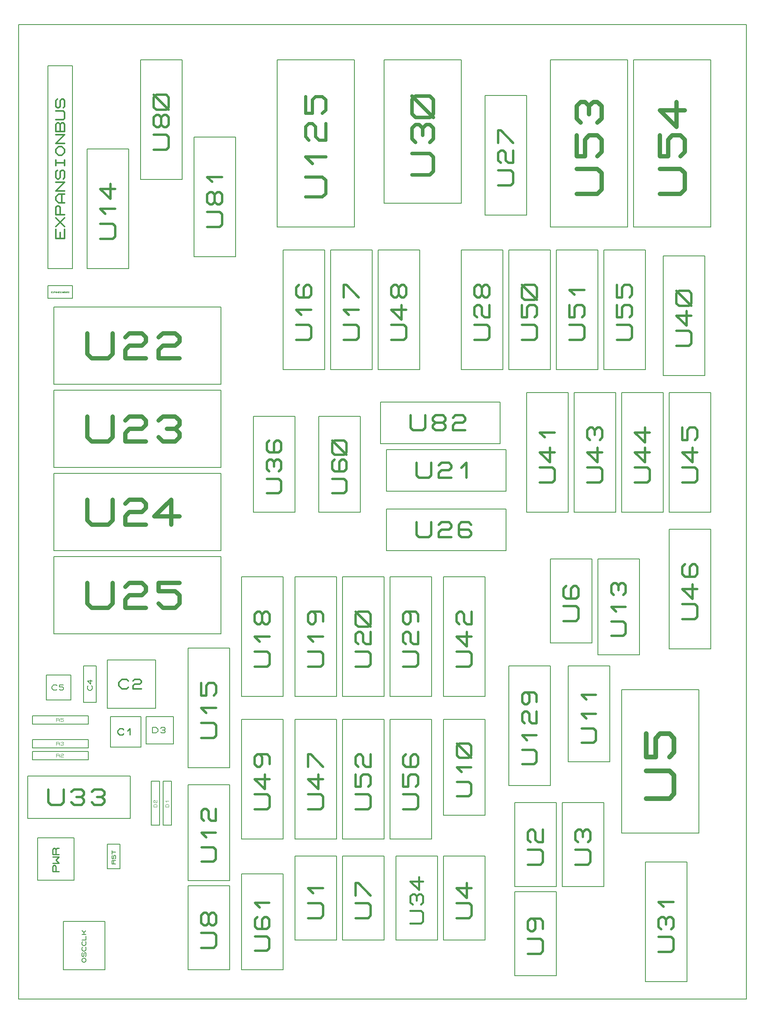
<source format=gbr>
G04 PROTEUS GERBER X2 FILE*
%TF.GenerationSoftware,Labcenter,Proteus,8.6-SP1-Build23413*%
%TF.CreationDate,2017-02-04T10:42:02+00:00*%
%TF.FileFunction,AssemblyDrawing,Top*%
%TF.FilePolarity,Positive*%
%TF.Part,Single*%
%FSLAX45Y45*%
%MOMM*%
G01*
%TA.AperFunction,Material*%
%ADD71C,0.203200*%
%ADD73C,0.227330*%
%ADD30C,0.132080*%
%ADD31C,0.545590*%
%ADD32C,0.106680*%
%ADD33C,0.218440*%
%ADD34C,0.345440*%
%ADD35C,0.164590*%
%ADD36C,0.176100*%
%ADD37C,0.197270*%
%ADD38C,0.316990*%
%TA.AperFunction,Profile*%
%ADD70C,0.203200*%
%TA.AperFunction,Material*%
%ADD39C,0.894080*%
%ADD40C,0.715260*%
%ADD41C,0.767080*%
%ADD42C,0.533400*%
%ADD43C,0.512060*%
%ADD44C,0.513080*%
%ADD45C,0.449580*%
%ADD46C,0.148040*%
%ADD47C,0.990600*%
%ADD48C,0.037730*%
%TD.AperFunction*%
D71*
X-104140Y-5712460D02*
X+678180Y-5712460D01*
X+678180Y-4803140D01*
X-104140Y-4803140D01*
X-104140Y-5712460D01*
D73*
X+355219Y-5530596D02*
X+218821Y-5530596D01*
X+218821Y-5416931D01*
X+241554Y-5394198D01*
X+264287Y-5394198D01*
X+287020Y-5416931D01*
X+287020Y-5530596D01*
X+218821Y-5348732D02*
X+355219Y-5348732D01*
X+287020Y-5280533D01*
X+355219Y-5212334D01*
X+218821Y-5212334D01*
X+355219Y-5166868D02*
X+218821Y-5166868D01*
X+218821Y-5053203D01*
X+241554Y-5030470D01*
X+264287Y-5030470D01*
X+287020Y-5053203D01*
X+287020Y-5166868D01*
X+287020Y-5053203D02*
X+309753Y-5030470D01*
X+355219Y-5030470D01*
D71*
X+1386840Y-5471160D02*
X+1661160Y-5471160D01*
X+1661160Y-4942840D01*
X+1386840Y-4942840D01*
X+1386840Y-5471160D01*
D30*
X+1563624Y-5365496D02*
X+1484376Y-5365496D01*
X+1484376Y-5299456D01*
X+1497584Y-5286248D01*
X+1510792Y-5286248D01*
X+1524000Y-5299456D01*
X+1524000Y-5365496D01*
X+1524000Y-5299456D02*
X+1537208Y-5286248D01*
X+1563624Y-5286248D01*
X+1550416Y-5259832D02*
X+1563624Y-5246624D01*
X+1563624Y-5193792D01*
X+1550416Y-5180584D01*
X+1537208Y-5180584D01*
X+1524000Y-5193792D01*
X+1524000Y-5246624D01*
X+1510792Y-5259832D01*
X+1497584Y-5259832D01*
X+1484376Y-5246624D01*
X+1484376Y-5193792D01*
X+1497584Y-5180584D01*
X+1484376Y-5154168D02*
X+1484376Y-5074920D01*
X+1484376Y-5114544D02*
X+1563624Y-5114544D01*
D71*
X-317500Y-4391660D02*
X+1879600Y-4391660D01*
X+1879600Y-3482340D01*
X-317500Y-3482340D01*
X-317500Y-4391660D01*
D31*
X+126341Y-3773323D02*
X+126341Y-4046119D01*
X+180900Y-4100678D01*
X+399136Y-4100678D01*
X+453695Y-4046119D01*
X+453695Y-3773323D01*
X+617373Y-3827882D02*
X+671932Y-3773323D01*
X+835609Y-3773323D01*
X+890168Y-3827882D01*
X+890168Y-3882441D01*
X+835609Y-3937000D01*
X+890168Y-3991560D01*
X+890168Y-4046119D01*
X+835609Y-4100678D01*
X+671932Y-4100678D01*
X+617373Y-4046119D01*
X+726491Y-3937000D02*
X+835609Y-3937000D01*
X+1053846Y-3827882D02*
X+1108405Y-3773323D01*
X+1272082Y-3773323D01*
X+1326641Y-3827882D01*
X+1326641Y-3882441D01*
X+1272082Y-3937000D01*
X+1326641Y-3991560D01*
X+1326641Y-4046119D01*
X+1272082Y-4100678D01*
X+1108405Y-4100678D01*
X+1053846Y-4046119D01*
X+1162964Y-3937000D02*
X+1272082Y-3937000D01*
D71*
X-215900Y-3136900D02*
X+977900Y-3136900D01*
X+977900Y-2959100D01*
X-215900Y-2959100D01*
X-215900Y-3136900D01*
D32*
X+295656Y-3080004D02*
X+295656Y-3015996D01*
X+348996Y-3015996D01*
X+359664Y-3026664D01*
X+359664Y-3037332D01*
X+348996Y-3048000D01*
X+295656Y-3048000D01*
X+348996Y-3048000D02*
X+359664Y-3058668D01*
X+359664Y-3080004D01*
X+391668Y-3026664D02*
X+402336Y-3015996D01*
X+434340Y-3015996D01*
X+445008Y-3026664D01*
X+445008Y-3037332D01*
X+434340Y-3048000D01*
X+402336Y-3048000D01*
X+391668Y-3058668D01*
X+391668Y-3080004D01*
X+445008Y-3080004D01*
D71*
X-215900Y-2882900D02*
X+977900Y-2882900D01*
X+977900Y-2705100D01*
X-215900Y-2705100D01*
X-215900Y-2882900D01*
D32*
X+295656Y-2826004D02*
X+295656Y-2761996D01*
X+348996Y-2761996D01*
X+359664Y-2772664D01*
X+359664Y-2783332D01*
X+348996Y-2794000D01*
X+295656Y-2794000D01*
X+348996Y-2794000D02*
X+359664Y-2804668D01*
X+359664Y-2826004D01*
X+391668Y-2772664D02*
X+402336Y-2761996D01*
X+434340Y-2761996D01*
X+445008Y-2772664D01*
X+445008Y-2783332D01*
X+434340Y-2794000D01*
X+445008Y-2804668D01*
X+445008Y-2815336D01*
X+434340Y-2826004D01*
X+402336Y-2826004D01*
X+391668Y-2815336D01*
X+413004Y-2794000D02*
X+434340Y-2794000D01*
D71*
X-215900Y-2374900D02*
X+977900Y-2374900D01*
X+977900Y-2197100D01*
X-215900Y-2197100D01*
X-215900Y-2374900D01*
D32*
X+295656Y-2318004D02*
X+295656Y-2253996D01*
X+348996Y-2253996D01*
X+359664Y-2264664D01*
X+359664Y-2275332D01*
X+348996Y-2286000D01*
X+295656Y-2286000D01*
X+348996Y-2286000D02*
X+359664Y-2296668D01*
X+359664Y-2318004D01*
X+445008Y-2253996D02*
X+391668Y-2253996D01*
X+391668Y-2275332D01*
X+434340Y-2275332D01*
X+445008Y-2286000D01*
X+445008Y-2307336D01*
X+434340Y-2318004D01*
X+402336Y-2318004D01*
X+391668Y-2307336D01*
D71*
X+1450340Y-2867660D02*
X+2105660Y-2867660D01*
X+2105660Y-2212340D01*
X+1450340Y-2212340D01*
X+1450340Y-2867660D01*
D33*
X+1734312Y-2583688D02*
X+1712468Y-2605532D01*
X+1646936Y-2605532D01*
X+1603248Y-2561844D01*
X+1603248Y-2518156D01*
X+1646936Y-2474468D01*
X+1712468Y-2474468D01*
X+1734312Y-2496312D01*
X+1821688Y-2518156D02*
X+1865376Y-2474468D01*
X+1865376Y-2605532D01*
D71*
X+1386840Y-2042160D02*
X+2423160Y-2042160D01*
X+2423160Y-1005840D01*
X+1386840Y-1005840D01*
X+1386840Y-2042160D01*
D34*
X+1835912Y-1593088D02*
X+1801368Y-1627632D01*
X+1697736Y-1627632D01*
X+1628648Y-1558544D01*
X+1628648Y-1489456D01*
X+1697736Y-1420368D01*
X+1801368Y-1420368D01*
X+1835912Y-1454912D01*
X+1939544Y-1454912D02*
X+1974088Y-1420368D01*
X+2077720Y-1420368D01*
X+2112264Y-1454912D01*
X+2112264Y-1489456D01*
X+2077720Y-1524000D01*
X+1974088Y-1524000D01*
X+1939544Y-1558544D01*
X+1939544Y-1627632D01*
X+2112264Y-1627632D01*
D71*
X+878840Y-1915160D02*
X+1153160Y-1915160D01*
X+1153160Y-1132840D01*
X+878840Y-1132840D01*
X+878840Y-1915160D01*
D35*
X+1048919Y-1556919D02*
X+1065378Y-1573378D01*
X+1065378Y-1622755D01*
X+1032460Y-1655673D01*
X+999541Y-1655673D01*
X+966623Y-1622755D01*
X+966623Y-1573378D01*
X+983082Y-1556919D01*
X+1032460Y-1425246D02*
X+1032460Y-1524000D01*
X+966623Y-1458164D01*
X+1065378Y-1458164D01*
D71*
X+80840Y-1859160D02*
X+609160Y-1859160D01*
X+609160Y-1330840D01*
X+80840Y-1330840D01*
X+80840Y-1859160D01*
D36*
X+309779Y-1630222D02*
X+292168Y-1647832D01*
X+239337Y-1647832D01*
X+204116Y-1612611D01*
X+204116Y-1577390D01*
X+239337Y-1542169D01*
X+292168Y-1542169D01*
X+309779Y-1559779D01*
X+450663Y-1542169D02*
X+362610Y-1542169D01*
X+362610Y-1577390D01*
X+433052Y-1577390D01*
X+450663Y-1595000D01*
X+450663Y-1630222D01*
X+433052Y-1647832D01*
X+380221Y-1647832D01*
X+362610Y-1630222D01*
D71*
X+2578100Y-4533900D02*
X+2755900Y-4533900D01*
X+2755900Y-3594100D01*
X+2578100Y-3594100D01*
X+2578100Y-4533900D01*
D32*
X+2699004Y-4149344D02*
X+2634996Y-4149344D01*
X+2634996Y-4106672D01*
X+2656332Y-4085336D01*
X+2677668Y-4085336D01*
X+2699004Y-4106672D01*
X+2699004Y-4149344D01*
X+2656332Y-4042664D02*
X+2634996Y-4021328D01*
X+2699004Y-4021328D01*
D71*
X+2324100Y-4533900D02*
X+2501900Y-4533900D01*
X+2501900Y-3594100D01*
X+2324100Y-3594100D01*
X+2324100Y-4533900D01*
D32*
X+2445004Y-4149344D02*
X+2380996Y-4149344D01*
X+2380996Y-4106672D01*
X+2402332Y-4085336D01*
X+2423668Y-4085336D01*
X+2445004Y-4106672D01*
X+2445004Y-4149344D01*
X+2391664Y-4053332D02*
X+2380996Y-4042664D01*
X+2380996Y-4010660D01*
X+2391664Y-3999992D01*
X+2402332Y-3999992D01*
X+2413000Y-4010660D01*
X+2413000Y-4042664D01*
X+2423668Y-4053332D01*
X+2445004Y-4053332D01*
X+2445004Y-3999992D01*
D71*
X+2212340Y-2804160D02*
X+2804160Y-2804160D01*
X+2804160Y-2212340D01*
X+2212340Y-2212340D01*
X+2212340Y-2804160D01*
D37*
X+2350432Y-2567432D02*
X+2350432Y-2449068D01*
X+2429341Y-2449068D01*
X+2468795Y-2488523D01*
X+2468795Y-2527977D01*
X+2429341Y-2567432D01*
X+2350432Y-2567432D01*
X+2527977Y-2468795D02*
X+2547704Y-2449068D01*
X+2606886Y-2449068D01*
X+2626613Y-2468795D01*
X+2626613Y-2488523D01*
X+2606886Y-2508250D01*
X+2626613Y-2527977D01*
X+2626613Y-2547705D01*
X+2606886Y-2567432D01*
X+2547704Y-2567432D01*
X+2527977Y-2547705D01*
X+2567431Y-2508250D02*
X+2606886Y-2508250D01*
D71*
X+116840Y+7355840D02*
X+645160Y+7355840D01*
X+645160Y+11694160D01*
X+116840Y+11694160D01*
X+116840Y+7355840D01*
D38*
X+476098Y+8193636D02*
X+476098Y+8003442D01*
X+285903Y+8003442D01*
X+285903Y+8193636D01*
X+381000Y+8003442D02*
X+381000Y+8130238D01*
X+285903Y+8257035D02*
X+476098Y+8447229D01*
X+476098Y+8257035D02*
X+285903Y+8447229D01*
X+476098Y+8510628D02*
X+285903Y+8510628D01*
X+285903Y+8669123D01*
X+317602Y+8700822D01*
X+349301Y+8700822D01*
X+381000Y+8669123D01*
X+381000Y+8510628D01*
X+476098Y+8764221D02*
X+349301Y+8764221D01*
X+285903Y+8827619D01*
X+285903Y+8891017D01*
X+349301Y+8954415D01*
X+476098Y+8954415D01*
X+412700Y+8764221D02*
X+412700Y+8954415D01*
X+476098Y+9017814D02*
X+285903Y+9017814D01*
X+476098Y+9208008D01*
X+285903Y+9208008D01*
X+444399Y+9271407D02*
X+476098Y+9303106D01*
X+476098Y+9429902D01*
X+444399Y+9461601D01*
X+412700Y+9461601D01*
X+381000Y+9429902D01*
X+381000Y+9303106D01*
X+349301Y+9271407D01*
X+317602Y+9271407D01*
X+285903Y+9303106D01*
X+285903Y+9429902D01*
X+317602Y+9461601D01*
X+285903Y+9556699D02*
X+285903Y+9683495D01*
X+285903Y+9620097D02*
X+476098Y+9620097D01*
X+476098Y+9556699D02*
X+476098Y+9683495D01*
X+349301Y+9778593D02*
X+285903Y+9841991D01*
X+285903Y+9905389D01*
X+349301Y+9968787D01*
X+412700Y+9968787D01*
X+476098Y+9905389D01*
X+476098Y+9841991D01*
X+412700Y+9778593D01*
X+349301Y+9778593D01*
X+476098Y+10032186D02*
X+285903Y+10032186D01*
X+476098Y+10222380D01*
X+285903Y+10222380D01*
X+476098Y+10285779D02*
X+285903Y+10285779D01*
X+285903Y+10444274D01*
X+317602Y+10475973D01*
X+349301Y+10475973D01*
X+381000Y+10444274D01*
X+412700Y+10475973D01*
X+444399Y+10475973D01*
X+476098Y+10444274D01*
X+476098Y+10285779D01*
X+381000Y+10285779D02*
X+381000Y+10444274D01*
X+285903Y+10539372D02*
X+444399Y+10539372D01*
X+476098Y+10571071D01*
X+476098Y+10697867D01*
X+444399Y+10729566D01*
X+285903Y+10729566D01*
X+444399Y+10792965D02*
X+476098Y+10824664D01*
X+476098Y+10951460D01*
X+444399Y+10983159D01*
X+412700Y+10983159D01*
X+381000Y+10951460D01*
X+381000Y+10824664D01*
X+349301Y+10792965D01*
X+317602Y+10792965D01*
X+285903Y+10824664D01*
X+285903Y+10951460D01*
X+317602Y+10983159D01*
D70*
X-508000Y-8255000D02*
X+15049500Y-8255000D01*
X+15049500Y+12573000D01*
X-508000Y+12573000D01*
X-508000Y-8255000D01*
D71*
X+243840Y+4889500D02*
X+3820160Y+4889500D01*
X+3820160Y+6540500D01*
X+243840Y+6540500D01*
X+243840Y+4889500D01*
D39*
X+959104Y+5983224D02*
X+959104Y+5536184D01*
X+1048512Y+5446776D01*
X+1406144Y+5446776D01*
X+1495552Y+5536184D01*
X+1495552Y+5983224D01*
X+1763776Y+5893816D02*
X+1853184Y+5983224D01*
X+2121408Y+5983224D01*
X+2210816Y+5893816D01*
X+2210816Y+5804408D01*
X+2121408Y+5715000D01*
X+1853184Y+5715000D01*
X+1763776Y+5625592D01*
X+1763776Y+5446776D01*
X+2210816Y+5446776D01*
X+2479040Y+5893816D02*
X+2568448Y+5983224D01*
X+2836672Y+5983224D01*
X+2926080Y+5893816D01*
X+2926080Y+5804408D01*
X+2836672Y+5715000D01*
X+2568448Y+5715000D01*
X+2479040Y+5625592D01*
X+2479040Y+5446776D01*
X+2926080Y+5446776D01*
D71*
X+243840Y+3111500D02*
X+3820160Y+3111500D01*
X+3820160Y+4762500D01*
X+243840Y+4762500D01*
X+243840Y+3111500D01*
D39*
X+959104Y+4205224D02*
X+959104Y+3758184D01*
X+1048512Y+3668776D01*
X+1406144Y+3668776D01*
X+1495552Y+3758184D01*
X+1495552Y+4205224D01*
X+1763776Y+4115816D02*
X+1853184Y+4205224D01*
X+2121408Y+4205224D01*
X+2210816Y+4115816D01*
X+2210816Y+4026408D01*
X+2121408Y+3937000D01*
X+1853184Y+3937000D01*
X+1763776Y+3847592D01*
X+1763776Y+3668776D01*
X+2210816Y+3668776D01*
X+2479040Y+4115816D02*
X+2568448Y+4205224D01*
X+2836672Y+4205224D01*
X+2926080Y+4115816D01*
X+2926080Y+4026408D01*
X+2836672Y+3937000D01*
X+2926080Y+3847592D01*
X+2926080Y+3758184D01*
X+2836672Y+3668776D01*
X+2568448Y+3668776D01*
X+2479040Y+3758184D01*
X+2657856Y+3937000D02*
X+2836672Y+3937000D01*
D71*
X+243840Y+1333500D02*
X+3820160Y+1333500D01*
X+3820160Y+2984500D01*
X+243840Y+2984500D01*
X+243840Y+1333500D01*
D39*
X+959104Y+2427224D02*
X+959104Y+1980184D01*
X+1048512Y+1890776D01*
X+1406144Y+1890776D01*
X+1495552Y+1980184D01*
X+1495552Y+2427224D01*
X+1763776Y+2337816D02*
X+1853184Y+2427224D01*
X+2121408Y+2427224D01*
X+2210816Y+2337816D01*
X+2210816Y+2248408D01*
X+2121408Y+2159000D01*
X+1853184Y+2159000D01*
X+1763776Y+2069592D01*
X+1763776Y+1890776D01*
X+2210816Y+1890776D01*
X+2926080Y+2069592D02*
X+2389632Y+2069592D01*
X+2747264Y+2427224D01*
X+2747264Y+1890776D01*
D71*
X+243840Y-444500D02*
X+3820160Y-444500D01*
X+3820160Y+1206500D01*
X+243840Y+1206500D01*
X+243840Y-444500D01*
D39*
X+959104Y+649224D02*
X+959104Y+202184D01*
X+1048512Y+112776D01*
X+1406144Y+112776D01*
X+1495552Y+202184D01*
X+1495552Y+649224D01*
X+1763776Y+559816D02*
X+1853184Y+649224D01*
X+2121408Y+649224D01*
X+2210816Y+559816D01*
X+2210816Y+470408D01*
X+2121408Y+381000D01*
X+1853184Y+381000D01*
X+1763776Y+291592D01*
X+1763776Y+112776D01*
X+2210816Y+112776D01*
X+2926080Y+649224D02*
X+2479040Y+649224D01*
X+2479040Y+470408D01*
X+2836672Y+470408D01*
X+2926080Y+381000D01*
X+2926080Y+202184D01*
X+2836672Y+112776D01*
X+2568448Y+112776D01*
X+2479040Y+202184D01*
D71*
X+5016500Y+8244840D02*
X+6667500Y+8244840D01*
X+6667500Y+11821160D01*
X+5016500Y+11821160D01*
X+5016500Y+8244840D01*
D40*
X+5627421Y+8888578D02*
X+5985053Y+8888578D01*
X+6056580Y+8960104D01*
X+6056580Y+9246209D01*
X+5985053Y+9317736D01*
X+5627421Y+9317736D01*
X+5770474Y+9603841D02*
X+5627421Y+9746894D01*
X+6056580Y+9746894D01*
X+5698948Y+10104526D02*
X+5627421Y+10176052D01*
X+5627421Y+10390631D01*
X+5698948Y+10462158D01*
X+5770474Y+10462158D01*
X+5842000Y+10390631D01*
X+5842000Y+10176052D01*
X+5913527Y+10104526D01*
X+6056580Y+10104526D01*
X+6056580Y+10462158D01*
X+5627421Y+11034369D02*
X+5627421Y+10676737D01*
X+5770474Y+10676737D01*
X+5770474Y+10962842D01*
X+5842000Y+11034369D01*
X+5985053Y+11034369D01*
X+6056580Y+10962842D01*
X+6056580Y+10748263D01*
X+5985053Y+10676737D01*
D71*
X+7302500Y+8752840D02*
X+8953500Y+8752840D01*
X+8953500Y+11821160D01*
X+7302500Y+11821160D01*
X+7302500Y+8752840D01*
D41*
X+7897876Y+9366504D02*
X+8281416Y+9366504D01*
X+8358124Y+9443212D01*
X+8358124Y+9750044D01*
X+8281416Y+9826752D01*
X+7897876Y+9826752D01*
X+7974584Y+10056876D02*
X+7897876Y+10133584D01*
X+7897876Y+10363708D01*
X+7974584Y+10440416D01*
X+8051292Y+10440416D01*
X+8128000Y+10363708D01*
X+8204708Y+10440416D01*
X+8281416Y+10440416D01*
X+8358124Y+10363708D01*
X+8358124Y+10133584D01*
X+8281416Y+10056876D01*
X+8128000Y+10210292D02*
X+8128000Y+10363708D01*
X+8281416Y+10593832D02*
X+7974584Y+10593832D01*
X+7897876Y+10670540D01*
X+7897876Y+10977372D01*
X+7974584Y+11054080D01*
X+8281416Y+11054080D01*
X+8358124Y+10977372D01*
X+8358124Y+10670540D01*
X+8281416Y+10593832D01*
X+8358124Y+10593832D02*
X+7897876Y+11054080D01*
D71*
X+10858500Y+8244840D02*
X+12509500Y+8244840D01*
X+12509500Y+11821160D01*
X+10858500Y+11821160D01*
X+10858500Y+8244840D01*
D39*
X+11415776Y+8960104D02*
X+11862816Y+8960104D01*
X+11952224Y+9049512D01*
X+11952224Y+9407144D01*
X+11862816Y+9496552D01*
X+11415776Y+9496552D01*
X+11415776Y+10211816D02*
X+11415776Y+9764776D01*
X+11594592Y+9764776D01*
X+11594592Y+10122408D01*
X+11684000Y+10211816D01*
X+11862816Y+10211816D01*
X+11952224Y+10122408D01*
X+11952224Y+9854184D01*
X+11862816Y+9764776D01*
X+11505184Y+10480040D02*
X+11415776Y+10569448D01*
X+11415776Y+10837672D01*
X+11505184Y+10927080D01*
X+11594592Y+10927080D01*
X+11684000Y+10837672D01*
X+11773408Y+10927080D01*
X+11862816Y+10927080D01*
X+11952224Y+10837672D01*
X+11952224Y+10569448D01*
X+11862816Y+10480040D01*
X+11684000Y+10658856D02*
X+11684000Y+10837672D01*
D71*
X+12636500Y+8244840D02*
X+14287500Y+8244840D01*
X+14287500Y+11821160D01*
X+12636500Y+11821160D01*
X+12636500Y+8244840D01*
D39*
X+13193776Y+8960104D02*
X+13640816Y+8960104D01*
X+13730224Y+9049512D01*
X+13730224Y+9407144D01*
X+13640816Y+9496552D01*
X+13193776Y+9496552D01*
X+13193776Y+10211816D02*
X+13193776Y+9764776D01*
X+13372592Y+9764776D01*
X+13372592Y+10122408D01*
X+13462000Y+10211816D01*
X+13640816Y+10211816D01*
X+13730224Y+10122408D01*
X+13730224Y+9854184D01*
X+13640816Y+9764776D01*
X+13551408Y+10927080D02*
X+13551408Y+10390632D01*
X+13193776Y+10748264D01*
X+13730224Y+10748264D01*
D71*
X+952500Y+7355840D02*
X+1841500Y+7355840D01*
X+1841500Y+9916160D01*
X+952500Y+9916160D01*
X+952500Y+7355840D01*
D42*
X+1236980Y+7995920D02*
X+1503680Y+7995920D01*
X+1557020Y+8049260D01*
X+1557020Y+8262620D01*
X+1503680Y+8315960D01*
X+1236980Y+8315960D01*
X+1343660Y+8529320D02*
X+1236980Y+8636000D01*
X+1557020Y+8636000D01*
X+1450340Y+9169400D02*
X+1450340Y+8849360D01*
X+1236980Y+9062720D01*
X+1557020Y+9062720D01*
D71*
X+2095500Y+9260840D02*
X+2984500Y+9260840D01*
X+2984500Y+11821160D01*
X+2095500Y+11821160D01*
X+2095500Y+9260840D01*
D42*
X+2379980Y+9900920D02*
X+2646680Y+9900920D01*
X+2700020Y+9954260D01*
X+2700020Y+10167620D01*
X+2646680Y+10220960D01*
X+2379980Y+10220960D01*
X+2540000Y+10434320D02*
X+2486660Y+10380980D01*
X+2433320Y+10380980D01*
X+2379980Y+10434320D01*
X+2379980Y+10594340D01*
X+2433320Y+10647680D01*
X+2486660Y+10647680D01*
X+2540000Y+10594340D01*
X+2540000Y+10434320D01*
X+2593340Y+10380980D01*
X+2646680Y+10380980D01*
X+2700020Y+10434320D01*
X+2700020Y+10594340D01*
X+2646680Y+10647680D01*
X+2593340Y+10647680D01*
X+2540000Y+10594340D01*
X+2646680Y+10754360D02*
X+2433320Y+10754360D01*
X+2379980Y+10807700D01*
X+2379980Y+11021060D01*
X+2433320Y+11074400D01*
X+2646680Y+11074400D01*
X+2700020Y+11021060D01*
X+2700020Y+10807700D01*
X+2646680Y+10754360D01*
X+2700020Y+10754360D02*
X+2379980Y+11074400D01*
D71*
X+3111500Y-3312160D02*
X+4000500Y-3312160D01*
X+4000500Y-751840D01*
X+3111500Y-751840D01*
X+3111500Y-3312160D01*
D42*
X+3395980Y-2672080D02*
X+3662680Y-2672080D01*
X+3716020Y-2618740D01*
X+3716020Y-2405380D01*
X+3662680Y-2352040D01*
X+3395980Y-2352040D01*
X+3502660Y-2138680D02*
X+3395980Y-2032000D01*
X+3716020Y-2032000D01*
X+3395980Y-1498600D02*
X+3395980Y-1765300D01*
X+3502660Y-1765300D01*
X+3502660Y-1551940D01*
X+3556000Y-1498600D01*
X+3662680Y-1498600D01*
X+3716020Y-1551940D01*
X+3716020Y-1711960D01*
X+3662680Y-1765300D01*
D71*
X+3238500Y+7609840D02*
X+4127500Y+7609840D01*
X+4127500Y+10170160D01*
X+3238500Y+10170160D01*
X+3238500Y+7609840D01*
D42*
X+3522980Y+8249920D02*
X+3789680Y+8249920D01*
X+3843020Y+8303260D01*
X+3843020Y+8516620D01*
X+3789680Y+8569960D01*
X+3522980Y+8569960D01*
X+3683000Y+8783320D02*
X+3629660Y+8729980D01*
X+3576320Y+8729980D01*
X+3522980Y+8783320D01*
X+3522980Y+8943340D01*
X+3576320Y+8996680D01*
X+3629660Y+8996680D01*
X+3683000Y+8943340D01*
X+3683000Y+8783320D01*
X+3736340Y+8729980D01*
X+3789680Y+8729980D01*
X+3843020Y+8783320D01*
X+3843020Y+8943340D01*
X+3789680Y+8996680D01*
X+3736340Y+8996680D01*
X+3683000Y+8943340D01*
X+3629660Y+9210040D02*
X+3522980Y+9316720D01*
X+3843020Y+9316720D01*
D71*
X+5143500Y+5196840D02*
X+6032500Y+5196840D01*
X+6032500Y+7757160D01*
X+5143500Y+7757160D01*
X+5143500Y+5196840D01*
D42*
X+5427980Y+5836920D02*
X+5694680Y+5836920D01*
X+5748020Y+5890260D01*
X+5748020Y+6103620D01*
X+5694680Y+6156960D01*
X+5427980Y+6156960D01*
X+5534660Y+6370320D02*
X+5427980Y+6477000D01*
X+5748020Y+6477000D01*
X+5481320Y+7010400D02*
X+5427980Y+6957060D01*
X+5427980Y+6797040D01*
X+5481320Y+6743700D01*
X+5694680Y+6743700D01*
X+5748020Y+6797040D01*
X+5748020Y+6957060D01*
X+5694680Y+7010400D01*
X+5641340Y+7010400D01*
X+5588000Y+6957060D01*
X+5588000Y+6743700D01*
D71*
X+6159500Y+5196840D02*
X+7048500Y+5196840D01*
X+7048500Y+7757160D01*
X+6159500Y+7757160D01*
X+6159500Y+5196840D01*
D42*
X+6443980Y+5836920D02*
X+6710680Y+5836920D01*
X+6764020Y+5890260D01*
X+6764020Y+6103620D01*
X+6710680Y+6156960D01*
X+6443980Y+6156960D01*
X+6550660Y+6370320D02*
X+6443980Y+6477000D01*
X+6764020Y+6477000D01*
X+6443980Y+6743700D02*
X+6443980Y+7010400D01*
X+6497320Y+7010400D01*
X+6764020Y+6743700D01*
D71*
X+7175500Y+5196840D02*
X+8064500Y+5196840D01*
X+8064500Y+7757160D01*
X+7175500Y+7757160D01*
X+7175500Y+5196840D01*
D42*
X+7459980Y+5836920D02*
X+7726680Y+5836920D01*
X+7780020Y+5890260D01*
X+7780020Y+6103620D01*
X+7726680Y+6156960D01*
X+7459980Y+6156960D01*
X+7673340Y+6583680D02*
X+7673340Y+6263640D01*
X+7459980Y+6477000D01*
X+7780020Y+6477000D01*
X+7620000Y+6797040D02*
X+7566660Y+6743700D01*
X+7513320Y+6743700D01*
X+7459980Y+6797040D01*
X+7459980Y+6957060D01*
X+7513320Y+7010400D01*
X+7566660Y+7010400D01*
X+7620000Y+6957060D01*
X+7620000Y+6797040D01*
X+7673340Y+6743700D01*
X+7726680Y+6743700D01*
X+7780020Y+6797040D01*
X+7780020Y+6957060D01*
X+7726680Y+7010400D01*
X+7673340Y+7010400D01*
X+7620000Y+6957060D01*
D71*
X+7228840Y+3619500D02*
X+9789160Y+3619500D01*
X+9789160Y+4508500D01*
X+7228840Y+4508500D01*
X+7228840Y+3619500D01*
D42*
X+7868920Y+4224020D02*
X+7868920Y+3957320D01*
X+7922260Y+3903980D01*
X+8135620Y+3903980D01*
X+8188960Y+3957320D01*
X+8188960Y+4224020D01*
X+8402320Y+4064000D02*
X+8348980Y+4117340D01*
X+8348980Y+4170680D01*
X+8402320Y+4224020D01*
X+8562340Y+4224020D01*
X+8615680Y+4170680D01*
X+8615680Y+4117340D01*
X+8562340Y+4064000D01*
X+8402320Y+4064000D01*
X+8348980Y+4010660D01*
X+8348980Y+3957320D01*
X+8402320Y+3903980D01*
X+8562340Y+3903980D01*
X+8615680Y+3957320D01*
X+8615680Y+4010660D01*
X+8562340Y+4064000D01*
X+8775700Y+4170680D02*
X+8829040Y+4224020D01*
X+8989060Y+4224020D01*
X+9042400Y+4170680D01*
X+9042400Y+4117340D01*
X+8989060Y+4064000D01*
X+8829040Y+4064000D01*
X+8775700Y+4010660D01*
X+8775700Y+3903980D01*
X+9042400Y+3903980D01*
D71*
X+4254500Y-1788160D02*
X+5143500Y-1788160D01*
X+5143500Y+772160D01*
X+4254500Y+772160D01*
X+4254500Y-1788160D01*
D42*
X+4538980Y-1148080D02*
X+4805680Y-1148080D01*
X+4859020Y-1094740D01*
X+4859020Y-881380D01*
X+4805680Y-828040D01*
X+4538980Y-828040D01*
X+4645660Y-614680D02*
X+4538980Y-508000D01*
X+4859020Y-508000D01*
X+4699000Y-187960D02*
X+4645660Y-241300D01*
X+4592320Y-241300D01*
X+4538980Y-187960D01*
X+4538980Y-27940D01*
X+4592320Y+25400D01*
X+4645660Y+25400D01*
X+4699000Y-27940D01*
X+4699000Y-187960D01*
X+4752340Y-241300D01*
X+4805680Y-241300D01*
X+4859020Y-187960D01*
X+4859020Y-27940D01*
X+4805680Y+25400D01*
X+4752340Y+25400D01*
X+4699000Y-27940D01*
D71*
X+5397500Y-1788160D02*
X+6286500Y-1788160D01*
X+6286500Y+772160D01*
X+5397500Y+772160D01*
X+5397500Y-1788160D01*
D42*
X+5681980Y-1148080D02*
X+5948680Y-1148080D01*
X+6002020Y-1094740D01*
X+6002020Y-881380D01*
X+5948680Y-828040D01*
X+5681980Y-828040D01*
X+5788660Y-614680D02*
X+5681980Y-508000D01*
X+6002020Y-508000D01*
X+5788660Y+25400D02*
X+5842000Y-27940D01*
X+5842000Y-187960D01*
X+5788660Y-241300D01*
X+5735320Y-241300D01*
X+5681980Y-187960D01*
X+5681980Y-27940D01*
X+5735320Y+25400D01*
X+5948680Y+25400D01*
X+6002020Y-27940D01*
X+6002020Y-187960D01*
D71*
X+6413500Y-1788160D02*
X+7302500Y-1788160D01*
X+7302500Y+772160D01*
X+6413500Y+772160D01*
X+6413500Y-1788160D01*
D42*
X+6697980Y-1148080D02*
X+6964680Y-1148080D01*
X+7018020Y-1094740D01*
X+7018020Y-881380D01*
X+6964680Y-828040D01*
X+6697980Y-828040D01*
X+6751320Y-668020D02*
X+6697980Y-614680D01*
X+6697980Y-454660D01*
X+6751320Y-401320D01*
X+6804660Y-401320D01*
X+6858000Y-454660D01*
X+6858000Y-614680D01*
X+6911340Y-668020D01*
X+7018020Y-668020D01*
X+7018020Y-401320D01*
X+6964680Y-294640D02*
X+6751320Y-294640D01*
X+6697980Y-241300D01*
X+6697980Y-27940D01*
X+6751320Y+25400D01*
X+6964680Y+25400D01*
X+7018020Y-27940D01*
X+7018020Y-241300D01*
X+6964680Y-294640D01*
X+7018020Y-294640D02*
X+6697980Y+25400D01*
D71*
X+7355840Y+2603500D02*
X+9916160Y+2603500D01*
X+9916160Y+3492500D01*
X+7355840Y+3492500D01*
X+7355840Y+2603500D01*
D42*
X+7995920Y+3208020D02*
X+7995920Y+2941320D01*
X+8049260Y+2887980D01*
X+8262620Y+2887980D01*
X+8315960Y+2941320D01*
X+8315960Y+3208020D01*
X+8475980Y+3154680D02*
X+8529320Y+3208020D01*
X+8689340Y+3208020D01*
X+8742680Y+3154680D01*
X+8742680Y+3101340D01*
X+8689340Y+3048000D01*
X+8529320Y+3048000D01*
X+8475980Y+2994660D01*
X+8475980Y+2887980D01*
X+8742680Y+2887980D01*
X+8956040Y+3101340D02*
X+9062720Y+3208020D01*
X+9062720Y+2887980D01*
D71*
X+7355840Y+1333500D02*
X+9916160Y+1333500D01*
X+9916160Y+2222500D01*
X+7355840Y+2222500D01*
X+7355840Y+1333500D01*
D42*
X+7995920Y+1938020D02*
X+7995920Y+1671320D01*
X+8049260Y+1617980D01*
X+8262620Y+1617980D01*
X+8315960Y+1671320D01*
X+8315960Y+1938020D01*
X+8475980Y+1884680D02*
X+8529320Y+1938020D01*
X+8689340Y+1938020D01*
X+8742680Y+1884680D01*
X+8742680Y+1831340D01*
X+8689340Y+1778000D01*
X+8529320Y+1778000D01*
X+8475980Y+1724660D01*
X+8475980Y+1617980D01*
X+8742680Y+1617980D01*
X+9169400Y+1884680D02*
X+9116060Y+1938020D01*
X+8956040Y+1938020D01*
X+8902700Y+1884680D01*
X+8902700Y+1671320D01*
X+8956040Y+1617980D01*
X+9116060Y+1617980D01*
X+9169400Y+1671320D01*
X+9169400Y+1724660D01*
X+9116060Y+1778000D01*
X+8902700Y+1778000D01*
D71*
X+9461500Y+8498840D02*
X+10350500Y+8498840D01*
X+10350500Y+11059160D01*
X+9461500Y+11059160D01*
X+9461500Y+8498840D01*
D42*
X+9745980Y+9138920D02*
X+10012680Y+9138920D01*
X+10066020Y+9192260D01*
X+10066020Y+9405620D01*
X+10012680Y+9458960D01*
X+9745980Y+9458960D01*
X+9799320Y+9618980D02*
X+9745980Y+9672320D01*
X+9745980Y+9832340D01*
X+9799320Y+9885680D01*
X+9852660Y+9885680D01*
X+9906000Y+9832340D01*
X+9906000Y+9672320D01*
X+9959340Y+9618980D01*
X+10066020Y+9618980D01*
X+10066020Y+9885680D01*
X+9745980Y+10045700D02*
X+9745980Y+10312400D01*
X+9799320Y+10312400D01*
X+10066020Y+10045700D01*
D71*
X+8953500Y+5196840D02*
X+9842500Y+5196840D01*
X+9842500Y+7757160D01*
X+8953500Y+7757160D01*
X+8953500Y+5196840D01*
D42*
X+9237980Y+5836920D02*
X+9504680Y+5836920D01*
X+9558020Y+5890260D01*
X+9558020Y+6103620D01*
X+9504680Y+6156960D01*
X+9237980Y+6156960D01*
X+9291320Y+6316980D02*
X+9237980Y+6370320D01*
X+9237980Y+6530340D01*
X+9291320Y+6583680D01*
X+9344660Y+6583680D01*
X+9398000Y+6530340D01*
X+9398000Y+6370320D01*
X+9451340Y+6316980D01*
X+9558020Y+6316980D01*
X+9558020Y+6583680D01*
X+9398000Y+6797040D02*
X+9344660Y+6743700D01*
X+9291320Y+6743700D01*
X+9237980Y+6797040D01*
X+9237980Y+6957060D01*
X+9291320Y+7010400D01*
X+9344660Y+7010400D01*
X+9398000Y+6957060D01*
X+9398000Y+6797040D01*
X+9451340Y+6743700D01*
X+9504680Y+6743700D01*
X+9558020Y+6797040D01*
X+9558020Y+6957060D01*
X+9504680Y+7010400D01*
X+9451340Y+7010400D01*
X+9398000Y+6957060D01*
D71*
X+9969500Y+5196840D02*
X+10858500Y+5196840D01*
X+10858500Y+7757160D01*
X+9969500Y+7757160D01*
X+9969500Y+5196840D01*
D42*
X+10253980Y+5836920D02*
X+10520680Y+5836920D01*
X+10574020Y+5890260D01*
X+10574020Y+6103620D01*
X+10520680Y+6156960D01*
X+10253980Y+6156960D01*
X+10253980Y+6583680D02*
X+10253980Y+6316980D01*
X+10360660Y+6316980D01*
X+10360660Y+6530340D01*
X+10414000Y+6583680D01*
X+10520680Y+6583680D01*
X+10574020Y+6530340D01*
X+10574020Y+6370320D01*
X+10520680Y+6316980D01*
X+10520680Y+6690360D02*
X+10307320Y+6690360D01*
X+10253980Y+6743700D01*
X+10253980Y+6957060D01*
X+10307320Y+7010400D01*
X+10520680Y+7010400D01*
X+10574020Y+6957060D01*
X+10574020Y+6743700D01*
X+10520680Y+6690360D01*
X+10574020Y+6690360D02*
X+10253980Y+7010400D01*
D71*
X+10985500Y+5196840D02*
X+11874500Y+5196840D01*
X+11874500Y+7757160D01*
X+10985500Y+7757160D01*
X+10985500Y+5196840D01*
D42*
X+11269980Y+5836920D02*
X+11536680Y+5836920D01*
X+11590020Y+5890260D01*
X+11590020Y+6103620D01*
X+11536680Y+6156960D01*
X+11269980Y+6156960D01*
X+11269980Y+6583680D02*
X+11269980Y+6316980D01*
X+11376660Y+6316980D01*
X+11376660Y+6530340D01*
X+11430000Y+6583680D01*
X+11536680Y+6583680D01*
X+11590020Y+6530340D01*
X+11590020Y+6370320D01*
X+11536680Y+6316980D01*
X+11376660Y+6797040D02*
X+11269980Y+6903720D01*
X+11590020Y+6903720D01*
D71*
X+12001500Y+5196840D02*
X+12890500Y+5196840D01*
X+12890500Y+7757160D01*
X+12001500Y+7757160D01*
X+12001500Y+5196840D01*
D42*
X+12285980Y+5836920D02*
X+12552680Y+5836920D01*
X+12606020Y+5890260D01*
X+12606020Y+6103620D01*
X+12552680Y+6156960D01*
X+12285980Y+6156960D01*
X+12285980Y+6583680D02*
X+12285980Y+6316980D01*
X+12392660Y+6316980D01*
X+12392660Y+6530340D01*
X+12446000Y+6583680D01*
X+12552680Y+6583680D01*
X+12606020Y+6530340D01*
X+12606020Y+6370320D01*
X+12552680Y+6316980D01*
X+12285980Y+7010400D02*
X+12285980Y+6743700D01*
X+12392660Y+6743700D01*
X+12392660Y+6957060D01*
X+12446000Y+7010400D01*
X+12552680Y+7010400D01*
X+12606020Y+6957060D01*
X+12606020Y+6797040D01*
X+12552680Y+6743700D01*
D71*
X+7429500Y-1788160D02*
X+8318500Y-1788160D01*
X+8318500Y+772160D01*
X+7429500Y+772160D01*
X+7429500Y-1788160D01*
D42*
X+7713980Y-1148080D02*
X+7980680Y-1148080D01*
X+8034020Y-1094740D01*
X+8034020Y-881380D01*
X+7980680Y-828040D01*
X+7713980Y-828040D01*
X+7767320Y-668020D02*
X+7713980Y-614680D01*
X+7713980Y-454660D01*
X+7767320Y-401320D01*
X+7820660Y-401320D01*
X+7874000Y-454660D01*
X+7874000Y-614680D01*
X+7927340Y-668020D01*
X+8034020Y-668020D01*
X+8034020Y-401320D01*
X+7820660Y+25400D02*
X+7874000Y-27940D01*
X+7874000Y-187960D01*
X+7820660Y-241300D01*
X+7767320Y-241300D01*
X+7713980Y-187960D01*
X+7713980Y-27940D01*
X+7767320Y+25400D01*
X+7980680Y+25400D01*
X+8034020Y-27940D01*
X+8034020Y-187960D01*
D71*
X+13271500Y+5069840D02*
X+14160500Y+5069840D01*
X+14160500Y+7630160D01*
X+13271500Y+7630160D01*
X+13271500Y+5069840D01*
D42*
X+13555980Y+5709920D02*
X+13822680Y+5709920D01*
X+13876020Y+5763260D01*
X+13876020Y+5976620D01*
X+13822680Y+6029960D01*
X+13555980Y+6029960D01*
X+13769340Y+6456680D02*
X+13769340Y+6136640D01*
X+13555980Y+6350000D01*
X+13876020Y+6350000D01*
X+13822680Y+6563360D02*
X+13609320Y+6563360D01*
X+13555980Y+6616700D01*
X+13555980Y+6830060D01*
X+13609320Y+6883400D01*
X+13822680Y+6883400D01*
X+13876020Y+6830060D01*
X+13876020Y+6616700D01*
X+13822680Y+6563360D01*
X+13876020Y+6563360D02*
X+13555980Y+6883400D01*
D71*
X+10350500Y+2148840D02*
X+11239500Y+2148840D01*
X+11239500Y+4709160D01*
X+10350500Y+4709160D01*
X+10350500Y+2148840D01*
D42*
X+10634980Y+2788920D02*
X+10901680Y+2788920D01*
X+10955020Y+2842260D01*
X+10955020Y+3055620D01*
X+10901680Y+3108960D01*
X+10634980Y+3108960D01*
X+10848340Y+3535680D02*
X+10848340Y+3215640D01*
X+10634980Y+3429000D01*
X+10955020Y+3429000D01*
X+10741660Y+3749040D02*
X+10634980Y+3855720D01*
X+10955020Y+3855720D01*
D71*
X+8572500Y-1788160D02*
X+9461500Y-1788160D01*
X+9461500Y+772160D01*
X+8572500Y+772160D01*
X+8572500Y-1788160D01*
D42*
X+8856980Y-1148080D02*
X+9123680Y-1148080D01*
X+9177020Y-1094740D01*
X+9177020Y-881380D01*
X+9123680Y-828040D01*
X+8856980Y-828040D01*
X+9070340Y-401320D02*
X+9070340Y-721360D01*
X+8856980Y-508000D01*
X+9177020Y-508000D01*
X+8910320Y-241300D02*
X+8856980Y-187960D01*
X+8856980Y-27940D01*
X+8910320Y+25400D01*
X+8963660Y+25400D01*
X+9017000Y-27940D01*
X+9017000Y-187960D01*
X+9070340Y-241300D01*
X+9177020Y-241300D01*
X+9177020Y+25400D01*
D71*
X+11366500Y+2148840D02*
X+12255500Y+2148840D01*
X+12255500Y+4709160D01*
X+11366500Y+4709160D01*
X+11366500Y+2148840D01*
D42*
X+11650980Y+2788920D02*
X+11917680Y+2788920D01*
X+11971020Y+2842260D01*
X+11971020Y+3055620D01*
X+11917680Y+3108960D01*
X+11650980Y+3108960D01*
X+11864340Y+3535680D02*
X+11864340Y+3215640D01*
X+11650980Y+3429000D01*
X+11971020Y+3429000D01*
X+11704320Y+3695700D02*
X+11650980Y+3749040D01*
X+11650980Y+3909060D01*
X+11704320Y+3962400D01*
X+11757660Y+3962400D01*
X+11811000Y+3909060D01*
X+11864340Y+3962400D01*
X+11917680Y+3962400D01*
X+11971020Y+3909060D01*
X+11971020Y+3749040D01*
X+11917680Y+3695700D01*
X+11811000Y+3802380D02*
X+11811000Y+3909060D01*
D71*
X+12382500Y+2148840D02*
X+13271500Y+2148840D01*
X+13271500Y+4709160D01*
X+12382500Y+4709160D01*
X+12382500Y+2148840D01*
D42*
X+12666980Y+2788920D02*
X+12933680Y+2788920D01*
X+12987020Y+2842260D01*
X+12987020Y+3055620D01*
X+12933680Y+3108960D01*
X+12666980Y+3108960D01*
X+12880340Y+3535680D02*
X+12880340Y+3215640D01*
X+12666980Y+3429000D01*
X+12987020Y+3429000D01*
X+12880340Y+3962400D02*
X+12880340Y+3642360D01*
X+12666980Y+3855720D01*
X+12987020Y+3855720D01*
D71*
X+13398500Y+2148840D02*
X+14287500Y+2148840D01*
X+14287500Y+4709160D01*
X+13398500Y+4709160D01*
X+13398500Y+2148840D01*
D42*
X+13682980Y+2788920D02*
X+13949680Y+2788920D01*
X+14003020Y+2842260D01*
X+14003020Y+3055620D01*
X+13949680Y+3108960D01*
X+13682980Y+3108960D01*
X+13896340Y+3535680D02*
X+13896340Y+3215640D01*
X+13682980Y+3429000D01*
X+14003020Y+3429000D01*
X+13682980Y+3962400D02*
X+13682980Y+3695700D01*
X+13789660Y+3695700D01*
X+13789660Y+3909060D01*
X+13843000Y+3962400D01*
X+13949680Y+3962400D01*
X+14003020Y+3909060D01*
X+14003020Y+3749040D01*
X+13949680Y+3695700D01*
D71*
X+13398500Y-772160D02*
X+14287500Y-772160D01*
X+14287500Y+1788160D01*
X+13398500Y+1788160D01*
X+13398500Y-772160D01*
D42*
X+13682980Y-132080D02*
X+13949680Y-132080D01*
X+14003020Y-78740D01*
X+14003020Y+134620D01*
X+13949680Y+187960D01*
X+13682980Y+187960D01*
X+13896340Y+614680D02*
X+13896340Y+294640D01*
X+13682980Y+508000D01*
X+14003020Y+508000D01*
X+13736320Y+1041400D02*
X+13682980Y+988060D01*
X+13682980Y+828040D01*
X+13736320Y+774700D01*
X+13949680Y+774700D01*
X+14003020Y+828040D01*
X+14003020Y+988060D01*
X+13949680Y+1041400D01*
X+13896340Y+1041400D01*
X+13843000Y+988060D01*
X+13843000Y+774700D01*
D71*
X+5397500Y-4836160D02*
X+6286500Y-4836160D01*
X+6286500Y-2275840D01*
X+5397500Y-2275840D01*
X+5397500Y-4836160D01*
D42*
X+5681980Y-4196080D02*
X+5948680Y-4196080D01*
X+6002020Y-4142740D01*
X+6002020Y-3929380D01*
X+5948680Y-3876040D01*
X+5681980Y-3876040D01*
X+5895340Y-3449320D02*
X+5895340Y-3769360D01*
X+5681980Y-3556000D01*
X+6002020Y-3556000D01*
X+5681980Y-3289300D02*
X+5681980Y-3022600D01*
X+5735320Y-3022600D01*
X+6002020Y-3289300D01*
D71*
X+4254500Y-4836160D02*
X+5143500Y-4836160D01*
X+5143500Y-2275840D01*
X+4254500Y-2275840D01*
X+4254500Y-4836160D01*
D42*
X+4538980Y-4196080D02*
X+4805680Y-4196080D01*
X+4859020Y-4142740D01*
X+4859020Y-3929380D01*
X+4805680Y-3876040D01*
X+4538980Y-3876040D01*
X+4752340Y-3449320D02*
X+4752340Y-3769360D01*
X+4538980Y-3556000D01*
X+4859020Y-3556000D01*
X+4645660Y-3022600D02*
X+4699000Y-3075940D01*
X+4699000Y-3235960D01*
X+4645660Y-3289300D01*
X+4592320Y-3289300D01*
X+4538980Y-3235960D01*
X+4538980Y-3075940D01*
X+4592320Y-3022600D01*
X+4805680Y-3022600D01*
X+4859020Y-3075940D01*
X+4859020Y-3235960D01*
D71*
X+6413500Y-4836160D02*
X+7302500Y-4836160D01*
X+7302500Y-2275840D01*
X+6413500Y-2275840D01*
X+6413500Y-4836160D01*
D42*
X+6697980Y-4196080D02*
X+6964680Y-4196080D01*
X+7018020Y-4142740D01*
X+7018020Y-3929380D01*
X+6964680Y-3876040D01*
X+6697980Y-3876040D01*
X+6697980Y-3449320D02*
X+6697980Y-3716020D01*
X+6804660Y-3716020D01*
X+6804660Y-3502660D01*
X+6858000Y-3449320D01*
X+6964680Y-3449320D01*
X+7018020Y-3502660D01*
X+7018020Y-3662680D01*
X+6964680Y-3716020D01*
X+6751320Y-3289300D02*
X+6697980Y-3235960D01*
X+6697980Y-3075940D01*
X+6751320Y-3022600D01*
X+6804660Y-3022600D01*
X+6858000Y-3075940D01*
X+6858000Y-3235960D01*
X+6911340Y-3289300D01*
X+7018020Y-3289300D01*
X+7018020Y-3022600D01*
D71*
X+7429500Y-4836160D02*
X+8318500Y-4836160D01*
X+8318500Y-2275840D01*
X+7429500Y-2275840D01*
X+7429500Y-4836160D01*
D42*
X+7713980Y-4196080D02*
X+7980680Y-4196080D01*
X+8034020Y-4142740D01*
X+8034020Y-3929380D01*
X+7980680Y-3876040D01*
X+7713980Y-3876040D01*
X+7713980Y-3449320D02*
X+7713980Y-3716020D01*
X+7820660Y-3716020D01*
X+7820660Y-3502660D01*
X+7874000Y-3449320D01*
X+7980680Y-3449320D01*
X+8034020Y-3502660D01*
X+8034020Y-3662680D01*
X+7980680Y-3716020D01*
X+7767320Y-3022600D02*
X+7713980Y-3075940D01*
X+7713980Y-3235960D01*
X+7767320Y-3289300D01*
X+7980680Y-3289300D01*
X+8034020Y-3235960D01*
X+8034020Y-3075940D01*
X+7980680Y-3022600D01*
X+7927340Y-3022600D01*
X+7874000Y-3075940D01*
X+7874000Y-3289300D01*
D71*
X+9969500Y-3693160D02*
X+10858500Y-3693160D01*
X+10858500Y-1132840D01*
X+9969500Y-1132840D01*
X+9969500Y-3693160D01*
D43*
X+10260381Y-3232302D02*
X+10516413Y-3232302D01*
X+10567620Y-3181096D01*
X+10567620Y-2976271D01*
X+10516413Y-2925064D01*
X+10260381Y-2925064D01*
X+10362794Y-2720239D02*
X+10260381Y-2617826D01*
X+10567620Y-2617826D01*
X+10311588Y-2361794D02*
X+10260381Y-2310588D01*
X+10260381Y-2156969D01*
X+10311588Y-2105762D01*
X+10362794Y-2105762D01*
X+10414000Y-2156969D01*
X+10414000Y-2310588D01*
X+10465207Y-2361794D01*
X+10567620Y-2361794D01*
X+10567620Y-2105762D01*
X+10362794Y-1696111D02*
X+10414000Y-1747318D01*
X+10414000Y-1900937D01*
X+10362794Y-1952143D01*
X+10311588Y-1952143D01*
X+10260381Y-1900937D01*
X+10260381Y-1747318D01*
X+10311588Y-1696111D01*
X+10516413Y-1696111D01*
X+10567620Y-1747318D01*
X+10567620Y-1900937D01*
D71*
X+8572500Y-4328160D02*
X+9461500Y-4328160D01*
X+9461500Y-2275840D01*
X+8572500Y-2275840D01*
X+8572500Y-4328160D01*
D44*
X+8863076Y-3917696D02*
X+9119616Y-3917696D01*
X+9170924Y-3866388D01*
X+9170924Y-3661156D01*
X+9119616Y-3609848D01*
X+8863076Y-3609848D01*
X+8965692Y-3404616D02*
X+8863076Y-3302000D01*
X+9170924Y-3302000D01*
X+9119616Y-3096768D02*
X+8914384Y-3096768D01*
X+8863076Y-3045460D01*
X+8863076Y-2840228D01*
X+8914384Y-2788920D01*
X+9119616Y-2788920D01*
X+9170924Y-2840228D01*
X+9170924Y-3045460D01*
X+9119616Y-3096768D01*
X+9170924Y-3096768D02*
X+8863076Y-2788920D01*
D71*
X+11239500Y-3185160D02*
X+12128500Y-3185160D01*
X+12128500Y-1132840D01*
X+11239500Y-1132840D01*
X+11239500Y-3185160D01*
D44*
X+11530076Y-2774696D02*
X+11786616Y-2774696D01*
X+11837924Y-2723388D01*
X+11837924Y-2518156D01*
X+11786616Y-2466848D01*
X+11530076Y-2466848D01*
X+11632692Y-2261616D02*
X+11530076Y-2159000D01*
X+11837924Y-2159000D01*
X+11632692Y-1851152D02*
X+11530076Y-1748536D01*
X+11837924Y-1748536D01*
D71*
X+3111500Y-5725160D02*
X+4000500Y-5725160D01*
X+4000500Y-3672840D01*
X+3111500Y-3672840D01*
X+3111500Y-5725160D01*
D44*
X+3402076Y-5314696D02*
X+3658616Y-5314696D01*
X+3709924Y-5263388D01*
X+3709924Y-5058156D01*
X+3658616Y-5006848D01*
X+3402076Y-5006848D01*
X+3504692Y-4801616D02*
X+3402076Y-4699000D01*
X+3709924Y-4699000D01*
X+3453384Y-4442460D02*
X+3402076Y-4391152D01*
X+3402076Y-4237228D01*
X+3453384Y-4185920D01*
X+3504692Y-4185920D01*
X+3556000Y-4237228D01*
X+3556000Y-4391152D01*
X+3607308Y-4442460D01*
X+3709924Y-4442460D01*
X+3709924Y-4185920D01*
D71*
X+11874500Y-899160D02*
X+12763500Y-899160D01*
X+12763500Y+1153160D01*
X+11874500Y+1153160D01*
X+11874500Y-899160D01*
D44*
X+12165076Y-488696D02*
X+12421616Y-488696D01*
X+12472924Y-437388D01*
X+12472924Y-232156D01*
X+12421616Y-180848D01*
X+12165076Y-180848D01*
X+12267692Y+24384D02*
X+12165076Y+127000D01*
X+12472924Y+127000D01*
X+12216384Y+383540D02*
X+12165076Y+434848D01*
X+12165076Y+588772D01*
X+12216384Y+640080D01*
X+12267692Y+640080D01*
X+12319000Y+588772D01*
X+12370308Y+640080D01*
X+12421616Y+640080D01*
X+12472924Y+588772D01*
X+12472924Y+434848D01*
X+12421616Y+383540D01*
X+12319000Y+486156D02*
X+12319000Y+588772D01*
D71*
X+4508500Y+2148840D02*
X+5397500Y+2148840D01*
X+5397500Y+4201160D01*
X+4508500Y+4201160D01*
X+4508500Y+2148840D01*
D44*
X+4799076Y+2559304D02*
X+5055616Y+2559304D01*
X+5106924Y+2610612D01*
X+5106924Y+2815844D01*
X+5055616Y+2867152D01*
X+4799076Y+2867152D01*
X+4850384Y+3021076D02*
X+4799076Y+3072384D01*
X+4799076Y+3226308D01*
X+4850384Y+3277616D01*
X+4901692Y+3277616D01*
X+4953000Y+3226308D01*
X+5004308Y+3277616D01*
X+5055616Y+3277616D01*
X+5106924Y+3226308D01*
X+5106924Y+3072384D01*
X+5055616Y+3021076D01*
X+4953000Y+3123692D02*
X+4953000Y+3226308D01*
X+4850384Y+3688080D02*
X+4799076Y+3636772D01*
X+4799076Y+3482848D01*
X+4850384Y+3431540D01*
X+5055616Y+3431540D01*
X+5106924Y+3482848D01*
X+5106924Y+3636772D01*
X+5055616Y+3688080D01*
X+5004308Y+3688080D01*
X+4953000Y+3636772D01*
X+4953000Y+3431540D01*
D71*
X+5905500Y+2148840D02*
X+6794500Y+2148840D01*
X+6794500Y+4201160D01*
X+5905500Y+4201160D01*
X+5905500Y+2148840D01*
D44*
X+6196076Y+2559304D02*
X+6452616Y+2559304D01*
X+6503924Y+2610612D01*
X+6503924Y+2815844D01*
X+6452616Y+2867152D01*
X+6196076Y+2867152D01*
X+6247384Y+3277616D02*
X+6196076Y+3226308D01*
X+6196076Y+3072384D01*
X+6247384Y+3021076D01*
X+6452616Y+3021076D01*
X+6503924Y+3072384D01*
X+6503924Y+3226308D01*
X+6452616Y+3277616D01*
X+6401308Y+3277616D01*
X+6350000Y+3226308D01*
X+6350000Y+3021076D01*
X+6452616Y+3380232D02*
X+6247384Y+3380232D01*
X+6196076Y+3431540D01*
X+6196076Y+3636772D01*
X+6247384Y+3688080D01*
X+6452616Y+3688080D01*
X+6503924Y+3636772D01*
X+6503924Y+3431540D01*
X+6452616Y+3380232D01*
X+6503924Y+3380232D02*
X+6196076Y+3688080D01*
D71*
X+4254500Y-7630160D02*
X+5143500Y-7630160D01*
X+5143500Y-5577840D01*
X+4254500Y-5577840D01*
X+4254500Y-7630160D01*
D44*
X+4545076Y-7219696D02*
X+4801616Y-7219696D01*
X+4852924Y-7168388D01*
X+4852924Y-6963156D01*
X+4801616Y-6911848D01*
X+4545076Y-6911848D01*
X+4596384Y-6501384D02*
X+4545076Y-6552692D01*
X+4545076Y-6706616D01*
X+4596384Y-6757924D01*
X+4801616Y-6757924D01*
X+4852924Y-6706616D01*
X+4852924Y-6552692D01*
X+4801616Y-6501384D01*
X+4750308Y-6501384D01*
X+4699000Y-6552692D01*
X+4699000Y-6757924D01*
X+4647692Y-6296152D02*
X+4545076Y-6193536D01*
X+4852924Y-6193536D01*
D71*
X+5397500Y-6995160D02*
X+6286500Y-6995160D01*
X+6286500Y-5196840D01*
X+5397500Y-5196840D01*
X+5397500Y-6995160D01*
D42*
X+5681980Y-6522720D02*
X+5948680Y-6522720D01*
X+6002020Y-6469380D01*
X+6002020Y-6256020D01*
X+5948680Y-6202680D01*
X+5681980Y-6202680D01*
X+5788660Y-5989320D02*
X+5681980Y-5882640D01*
X+6002020Y-5882640D01*
D71*
X+10096500Y-5852160D02*
X+10985500Y-5852160D01*
X+10985500Y-4053840D01*
X+10096500Y-4053840D01*
X+10096500Y-5852160D01*
D42*
X+10380980Y-5379720D02*
X+10647680Y-5379720D01*
X+10701020Y-5326380D01*
X+10701020Y-5113020D01*
X+10647680Y-5059680D01*
X+10380980Y-5059680D01*
X+10434320Y-4899660D02*
X+10380980Y-4846320D01*
X+10380980Y-4686300D01*
X+10434320Y-4632960D01*
X+10487660Y-4632960D01*
X+10541000Y-4686300D01*
X+10541000Y-4846320D01*
X+10594340Y-4899660D01*
X+10701020Y-4899660D01*
X+10701020Y-4632960D01*
D71*
X+11112500Y-5852160D02*
X+12001500Y-5852160D01*
X+12001500Y-4053840D01*
X+11112500Y-4053840D01*
X+11112500Y-5852160D01*
D42*
X+11396980Y-5379720D02*
X+11663680Y-5379720D01*
X+11717020Y-5326380D01*
X+11717020Y-5113020D01*
X+11663680Y-5059680D01*
X+11396980Y-5059680D01*
X+11450320Y-4899660D02*
X+11396980Y-4846320D01*
X+11396980Y-4686300D01*
X+11450320Y-4632960D01*
X+11503660Y-4632960D01*
X+11557000Y-4686300D01*
X+11610340Y-4632960D01*
X+11663680Y-4632960D01*
X+11717020Y-4686300D01*
X+11717020Y-4846320D01*
X+11663680Y-4899660D01*
X+11557000Y-4792980D02*
X+11557000Y-4686300D01*
D71*
X+8572500Y-6995160D02*
X+9461500Y-6995160D01*
X+9461500Y-5196840D01*
X+8572500Y-5196840D01*
X+8572500Y-6995160D01*
D42*
X+8856980Y-6522720D02*
X+9123680Y-6522720D01*
X+9177020Y-6469380D01*
X+9177020Y-6256020D01*
X+9123680Y-6202680D01*
X+8856980Y-6202680D01*
X+9070340Y-5775960D02*
X+9070340Y-6096000D01*
X+8856980Y-5882640D01*
X+9177020Y-5882640D01*
D71*
X+7556500Y-6995160D02*
X+8445500Y-6995160D01*
X+8445500Y-5196840D01*
X+7556500Y-5196840D01*
X+7556500Y-6995160D01*
D45*
X+7866126Y-6635496D02*
X+8090916Y-6635496D01*
X+8135874Y-6590538D01*
X+8135874Y-6410706D01*
X+8090916Y-6365748D01*
X+7866126Y-6365748D01*
X+7911084Y-6230874D02*
X+7866126Y-6185916D01*
X+7866126Y-6051042D01*
X+7911084Y-6006084D01*
X+7956042Y-6006084D01*
X+8001000Y-6051042D01*
X+8045958Y-6006084D01*
X+8090916Y-6006084D01*
X+8135874Y-6051042D01*
X+8135874Y-6185916D01*
X+8090916Y-6230874D01*
X+8001000Y-6140958D02*
X+8001000Y-6051042D01*
X+8045958Y-5646420D02*
X+8045958Y-5916168D01*
X+7866126Y-5736336D01*
X+8135874Y-5736336D01*
D71*
X+10858500Y-645160D02*
X+11747500Y-645160D01*
X+11747500Y+1153160D01*
X+10858500Y+1153160D01*
X+10858500Y-645160D01*
D42*
X+11142980Y-172720D02*
X+11409680Y-172720D01*
X+11463020Y-119380D01*
X+11463020Y+93980D01*
X+11409680Y+147320D01*
X+11142980Y+147320D01*
X+11196320Y+574040D02*
X+11142980Y+520700D01*
X+11142980Y+360680D01*
X+11196320Y+307340D01*
X+11409680Y+307340D01*
X+11463020Y+360680D01*
X+11463020Y+520700D01*
X+11409680Y+574040D01*
X+11356340Y+574040D01*
X+11303000Y+520700D01*
X+11303000Y+307340D01*
D71*
X+3111500Y-7630160D02*
X+4000500Y-7630160D01*
X+4000500Y-5831840D01*
X+3111500Y-5831840D01*
X+3111500Y-7630160D01*
D42*
X+3395980Y-7157720D02*
X+3662680Y-7157720D01*
X+3716020Y-7104380D01*
X+3716020Y-6891020D01*
X+3662680Y-6837680D01*
X+3395980Y-6837680D01*
X+3556000Y-6624320D02*
X+3502660Y-6677660D01*
X+3449320Y-6677660D01*
X+3395980Y-6624320D01*
X+3395980Y-6464300D01*
X+3449320Y-6410960D01*
X+3502660Y-6410960D01*
X+3556000Y-6464300D01*
X+3556000Y-6624320D01*
X+3609340Y-6677660D01*
X+3662680Y-6677660D01*
X+3716020Y-6624320D01*
X+3716020Y-6464300D01*
X+3662680Y-6410960D01*
X+3609340Y-6410960D01*
X+3556000Y-6464300D01*
D71*
X+10096500Y-7757160D02*
X+10985500Y-7757160D01*
X+10985500Y-5958840D01*
X+10096500Y-5958840D01*
X+10096500Y-7757160D01*
D42*
X+10380980Y-7284720D02*
X+10647680Y-7284720D01*
X+10701020Y-7231380D01*
X+10701020Y-7018020D01*
X+10647680Y-6964680D01*
X+10380980Y-6964680D01*
X+10487660Y-6537960D02*
X+10541000Y-6591300D01*
X+10541000Y-6751320D01*
X+10487660Y-6804660D01*
X+10434320Y-6804660D01*
X+10380980Y-6751320D01*
X+10380980Y-6591300D01*
X+10434320Y-6537960D01*
X+10647680Y-6537960D01*
X+10701020Y-6591300D01*
X+10701020Y-6751320D01*
D71*
X+444500Y-7630160D02*
X+1333500Y-7630160D01*
X+1333500Y-6593840D01*
X+444500Y-6593840D01*
X+444500Y-7630160D01*
D46*
X+874195Y-7467308D02*
X+844586Y-7437699D01*
X+844586Y-7408090D01*
X+874195Y-7378481D01*
X+903804Y-7378481D01*
X+933413Y-7408090D01*
X+933413Y-7437699D01*
X+903804Y-7467308D01*
X+874195Y-7467308D01*
X+918609Y-7348872D02*
X+933413Y-7334068D01*
X+933413Y-7274850D01*
X+918609Y-7260045D01*
X+903804Y-7260045D01*
X+889000Y-7274850D01*
X+889000Y-7334068D01*
X+874195Y-7348872D01*
X+859391Y-7348872D01*
X+844586Y-7334068D01*
X+844586Y-7274850D01*
X+859391Y-7260045D01*
X+918609Y-7141609D02*
X+933413Y-7156414D01*
X+933413Y-7200827D01*
X+903804Y-7230436D01*
X+874195Y-7230436D01*
X+844586Y-7200827D01*
X+844586Y-7156414D01*
X+859391Y-7141609D01*
X+918609Y-7023173D02*
X+933413Y-7037978D01*
X+933413Y-7082391D01*
X+903804Y-7112000D01*
X+874195Y-7112000D01*
X+844586Y-7082391D01*
X+844586Y-7037978D01*
X+859391Y-7023173D01*
X+844586Y-6993564D02*
X+933413Y-6993564D01*
X+933413Y-6904737D01*
X+844586Y-6875128D02*
X+933413Y-6875128D01*
X+844586Y-6786301D02*
X+889000Y-6830715D01*
X+933413Y-6786301D01*
X+889000Y-6875128D02*
X+889000Y-6830715D01*
D71*
X+12890500Y-7884160D02*
X+13779500Y-7884160D01*
X+13779500Y-5323840D01*
X+12890500Y-5323840D01*
X+12890500Y-7884160D01*
D42*
X+13174980Y-7244080D02*
X+13441680Y-7244080D01*
X+13495020Y-7190740D01*
X+13495020Y-6977380D01*
X+13441680Y-6924040D01*
X+13174980Y-6924040D01*
X+13228320Y-6764020D02*
X+13174980Y-6710680D01*
X+13174980Y-6550660D01*
X+13228320Y-6497320D01*
X+13281660Y-6497320D01*
X+13335000Y-6550660D01*
X+13388340Y-6497320D01*
X+13441680Y-6497320D01*
X+13495020Y-6550660D01*
X+13495020Y-6710680D01*
X+13441680Y-6764020D01*
X+13335000Y-6657340D02*
X+13335000Y-6550660D01*
X+13281660Y-6283960D02*
X+13174980Y-6177280D01*
X+13495020Y-6177280D01*
D71*
X+12382500Y-4709160D02*
X+14033500Y-4709160D01*
X+14033500Y-1640840D01*
X+12382500Y-1640840D01*
X+12382500Y-4709160D01*
D47*
X+12910820Y-3967480D02*
X+13406120Y-3967480D01*
X+13505180Y-3868420D01*
X+13505180Y-3472180D01*
X+13406120Y-3373120D01*
X+12910820Y-3373120D01*
X+12910820Y-2580640D02*
X+12910820Y-3075940D01*
X+13108940Y-3075940D01*
X+13108940Y-2679700D01*
X+13208000Y-2580640D01*
X+13406120Y-2580640D01*
X+13505180Y-2679700D01*
X+13505180Y-2976880D01*
X+13406120Y-3075940D01*
D71*
X+6413500Y-6995160D02*
X+7302500Y-6995160D01*
X+7302500Y-5196840D01*
X+6413500Y-5196840D01*
X+6413500Y-6995160D01*
D42*
X+6697980Y-6522720D02*
X+6964680Y-6522720D01*
X+7018020Y-6469380D01*
X+7018020Y-6256020D01*
X+6964680Y-6202680D01*
X+6697980Y-6202680D01*
X+6697980Y-6042660D02*
X+6697980Y-5775960D01*
X+6751320Y-5775960D01*
X+7018020Y-6042660D01*
D71*
X+116840Y+6720840D02*
X+645160Y+6720840D01*
X+645160Y+6995160D01*
X+116840Y+6995160D01*
X+116840Y+6720840D01*
D48*
X+207413Y+6846679D02*
X+184772Y+6846679D01*
X+184772Y+6869321D01*
X+207413Y+6869321D01*
X+184772Y+6858000D02*
X+199866Y+6858000D01*
X+214961Y+6869321D02*
X+237602Y+6846679D01*
X+214961Y+6846679D02*
X+237602Y+6869321D01*
X+245150Y+6846679D02*
X+245150Y+6869321D01*
X+264018Y+6869321D01*
X+267791Y+6865547D01*
X+267791Y+6861774D01*
X+264018Y+6858000D01*
X+245150Y+6858000D01*
X+275339Y+6846679D02*
X+275339Y+6861774D01*
X+282886Y+6869321D01*
X+290433Y+6869321D01*
X+297980Y+6861774D01*
X+297980Y+6846679D01*
X+275339Y+6854226D02*
X+297980Y+6854226D01*
X+305528Y+6846679D02*
X+305528Y+6869321D01*
X+328169Y+6846679D01*
X+328169Y+6869321D01*
X+335717Y+6850453D02*
X+339490Y+6846679D01*
X+354585Y+6846679D01*
X+358358Y+6850453D01*
X+358358Y+6854226D01*
X+354585Y+6858000D01*
X+339490Y+6858000D01*
X+335717Y+6861774D01*
X+335717Y+6865547D01*
X+339490Y+6869321D01*
X+354585Y+6869321D01*
X+358358Y+6865547D01*
X+369679Y+6869321D02*
X+384774Y+6869321D01*
X+377226Y+6869321D02*
X+377226Y+6846679D01*
X+369679Y+6846679D02*
X+384774Y+6846679D01*
X+396095Y+6861774D02*
X+403642Y+6869321D01*
X+411189Y+6869321D01*
X+418736Y+6861774D01*
X+418736Y+6854226D01*
X+411189Y+6846679D01*
X+403642Y+6846679D01*
X+396095Y+6854226D01*
X+396095Y+6861774D01*
X+426284Y+6846679D02*
X+426284Y+6869321D01*
X+448925Y+6846679D01*
X+448925Y+6869321D01*
X+456473Y+6846679D02*
X+456473Y+6869321D01*
X+475341Y+6869321D01*
X+479114Y+6865547D01*
X+479114Y+6861774D01*
X+475341Y+6858000D01*
X+479114Y+6854226D01*
X+479114Y+6850453D01*
X+475341Y+6846679D01*
X+456473Y+6846679D01*
X+456473Y+6858000D02*
X+475341Y+6858000D01*
X+486662Y+6869321D02*
X+486662Y+6850453D01*
X+490435Y+6846679D01*
X+505530Y+6846679D01*
X+509303Y+6850453D01*
X+509303Y+6869321D01*
X+516851Y+6850453D02*
X+520624Y+6846679D01*
X+535719Y+6846679D01*
X+539492Y+6850453D01*
X+539492Y+6854226D01*
X+535719Y+6858000D01*
X+520624Y+6858000D01*
X+516851Y+6861774D01*
X+516851Y+6865547D01*
X+520624Y+6869321D01*
X+535719Y+6869321D01*
X+539492Y+6865547D01*
X+550813Y+6865547D02*
X+554587Y+6869321D01*
X+565908Y+6869321D01*
X+569681Y+6865547D01*
X+569681Y+6861774D01*
X+565908Y+6858000D01*
X+554587Y+6858000D01*
X+550813Y+6854226D01*
X+550813Y+6846679D01*
X+569681Y+6846679D01*
M02*

</source>
